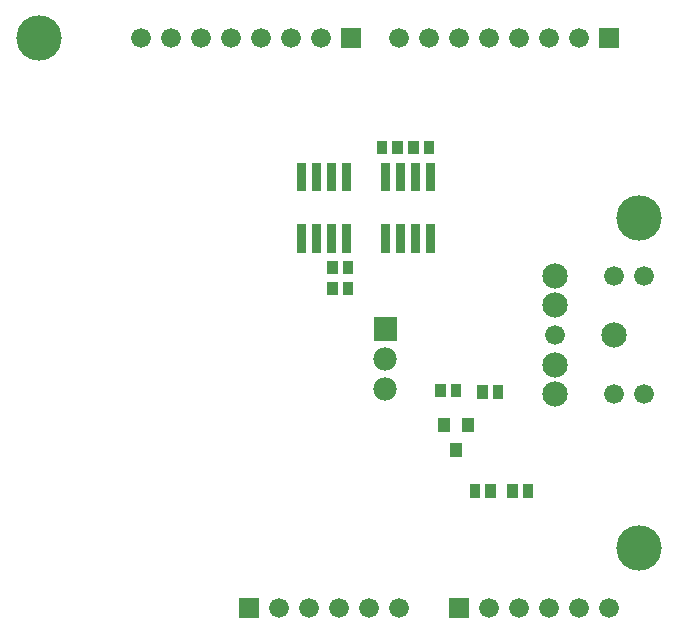
<source format=gbr>
G04 start of page 7 for group -4063 idx -4063 *
G04 Title: tDCS Arduino Shield, componentmask *
G04 Creator: pcb 1.99z *
G04 CreationDate: Thu Aug 16 20:41:50 2012 UTC *
G04 For: nock *
G04 Format: Gerber/RS-274X *
G04 PCB-Dimensions (mil): 2700.00 2100.00 *
G04 PCB-Coordinate-Origin: lower left *
%MOIN*%
%FSLAX25Y25*%
%LNTOPMASK*%
%ADD53R,0.0400X0.0400*%
%ADD52R,0.0355X0.0355*%
%ADD51R,0.0300X0.0300*%
%ADD50C,0.0780*%
%ADD49C,0.0847*%
%ADD48C,0.1510*%
%ADD47C,0.0660*%
%ADD46C,0.0001*%
G54D46*G36*
X126700Y13300D02*Y6700D01*
X133300D01*
Y13300D01*
X126700D01*
G37*
G54D47*X140000Y10000D03*
X150000D03*
X160000D03*
X170000D03*
X180000D03*
G54D48*X260000Y30000D03*
G54D46*G36*
X196700Y13300D02*Y6700D01*
X203300D01*
Y13300D01*
X196700D01*
G37*
G54D47*X210000Y10000D03*
X220000D03*
X230000D03*
X240000D03*
X250000D03*
G54D46*G36*
X160700Y203300D02*Y196700D01*
X167300D01*
Y203300D01*
X160700D01*
G37*
G36*
X246700D02*Y196700D01*
X253300D01*
Y203300D01*
X246700D01*
G37*
G54D47*X240000Y200000D03*
X230000D03*
X220000D03*
X210000D03*
X200000D03*
X190000D03*
X180000D03*
X154000D03*
X144000D03*
X134000D03*
X124000D03*
X114000D03*
X104000D03*
X94000D03*
G54D48*X60000D03*
X260000Y140000D03*
G54D47*X261685Y120685D03*
X232157Y101000D03*
G54D49*Y81315D03*
Y110843D03*
Y91157D03*
G54D47*X261685Y81315D03*
X251843Y120685D03*
G54D49*X232157D03*
G54D47*X251843Y81315D03*
G54D50*X175500Y83000D03*
G54D49*X251843Y101000D03*
G54D46*G36*
X171600Y106900D02*Y99100D01*
X179400D01*
Y106900D01*
X171600D01*
G37*
G54D50*X175500Y93000D03*
G54D51*X190500Y157000D02*Y150500D01*
X185500Y157000D02*Y150500D01*
X180500Y157000D02*Y150500D01*
X175500Y157000D02*Y150500D01*
G54D52*X174441Y163992D02*Y163008D01*
X179559Y163992D02*Y163008D01*
X184941Y163992D02*Y163008D01*
X190059Y163992D02*Y163008D01*
G54D51*X175500Y136500D02*Y130000D01*
X185500Y136500D02*Y130000D01*
X190500Y136500D02*Y130000D01*
X147500Y136500D02*Y130000D01*
X152500Y136500D02*Y130000D01*
X157500Y136500D02*Y130000D01*
X162500Y157000D02*Y150500D01*
X157500Y157000D02*Y150500D01*
X152500Y157000D02*Y150500D01*
X147500Y157000D02*Y150500D01*
X162500Y136500D02*Y130000D01*
G54D52*X157941Y116992D02*Y116008D01*
X163059Y116992D02*Y116008D01*
Y123992D02*Y123008D01*
X157941Y123992D02*Y123008D01*
G54D51*X180500Y136500D02*Y130000D01*
G54D52*X193941Y82992D02*Y82008D01*
X199059Y82992D02*Y82008D01*
G54D53*X203000Y71300D02*Y70700D01*
X195200Y71300D02*Y70700D01*
X199100Y63100D02*Y62500D01*
G54D52*X207941Y82492D02*Y81508D01*
X213059Y82492D02*Y81508D01*
X223059Y49492D02*Y48508D01*
X217941Y49492D02*Y48508D01*
X205441Y49492D02*Y48508D01*
X210559Y49492D02*Y48508D01*
M02*

</source>
